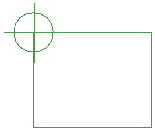
<source format=gbr>
G04 #@! TF.GenerationSoftware,KiCad,Pcbnew,5.1.5-52549c5~84~ubuntu18.04.1*
G04 #@! TF.CreationDate,2020-04-18T16:47:25-03:00*
G04 #@! TF.ProjectId,Resonator_coupler,5265736f-6e61-4746-9f72-5f636f75706c,rev?*
G04 #@! TF.SameCoordinates,Original*
G04 #@! TF.FileFunction,Profile,NP*
%FSLAX46Y46*%
G04 Gerber Fmt 4.6, Leading zero omitted, Abs format (unit mm)*
G04 Created by KiCad (PCBNEW 5.1.5-52549c5~84~ubuntu18.04.1) date 2020-04-18 16:47:25*
%MOMM*%
%LPD*%
G04 APERTURE LIST*
%ADD10C,0.050000*%
G04 APERTURE END LIST*
D10*
X149691666Y-104025000D02*
G75*
G03X149691666Y-104025000I-1666666J0D01*
G01*
X145525000Y-104025000D02*
X150525000Y-104025000D01*
X148025000Y-101525000D02*
X148025000Y-106525000D01*
X158000000Y-104000000D02*
X158000000Y-112000000D01*
X148000000Y-112000000D02*
X148000000Y-104000000D01*
X158000000Y-112000000D02*
X148000000Y-112000000D01*
X148000000Y-104000000D02*
X158000000Y-104000000D01*
M02*

</source>
